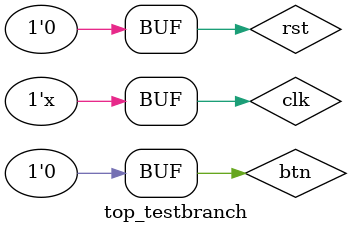
<source format=v>
`timescale 100us / 10ns
module top_testbranch;
    parameter CLK_PERIOD = 10;

    reg clk;
    initial
        clk = 1'b0;
    always
        clk = #(CLK_PERIOD/2) ~clk;

    reg rst,btn;

    initial begin
        rst = 1'b0;
        btn = 1'b0;
        #10;
        rst = 1'b1;
        #10;
        rst = 1'b0;
        #21000000;
        btn = 1'b1;
        #10;
        btn = 1'b0;
    end
///////////////////////////////////////////////////
    wire            clk_1, clk_2, clk_4, clk_8, clk_4000,BEEP,RS,RW,E;
    wire    [3:0]   note;
    wire    [5:0]   seq;
    wire    [7:0]   ROW,COL_R,COL_G,DISP_C_n,DISP_S,DB;
    wire    [63:0]  col_r_data,
                    col_g_data;
///////////////////////////////////////////////////
    clk_gen_serial # (
        .N          (2),
        .mag        ({20'd249, 20'd124}),
        .wid        ({5'd8, 5'd7})
    ) clk_gen_packed (
        .clk        (clk),
        .rst        (rst),
        .clk_outs   ({clk_8, clk_4000})
    );

    pulse_gen # (
        .N          (3),
        .end_a      (6'd33),
        .end_b      (6'd1)
    ) pg (
        .clk_in     (clk_8),
        .rst        (rst),
        .btn        (btn),
        .seq        (seq),
        .clk_outs   ({clk_1, clk_2, clk_4})
    );

    control co (
        .clk_1  (clk_1),
        .rst    (rst),
        .btn    (btn),
        .seq    (seq)
    );
///////////////////////////////////////////////////
    data da (
        .pulse      ({clk_1, clk_2, clk_4}),
        .seq        (seq),
        .e          (E),
        .rs         (RS),
        .rw         (RW),
        .note       (note),
        .disp_c_n   (DISP_C_n),
        .disp_s     (DISP_S),
        .db         (DB),
        .col_r_data (col_r_data),
        .col_g_data (col_g_data)
    );
///////////////////////////////////////////////////
    dot88 dot (
        .clk_4000   (clk_4000),
        .rst        (rst),
        .col_r_data (col_r_data),
        .col_g_data (col_g_data),
        .row        (ROW),
        .col_r      (COL_R),
        .col_g      (COL_G)
    );

    music mu (
        .clk        (clk),
        .rst        (rst),
        .note       (note),
        .speaker    (BEEP)
    );

endmodule

</source>
